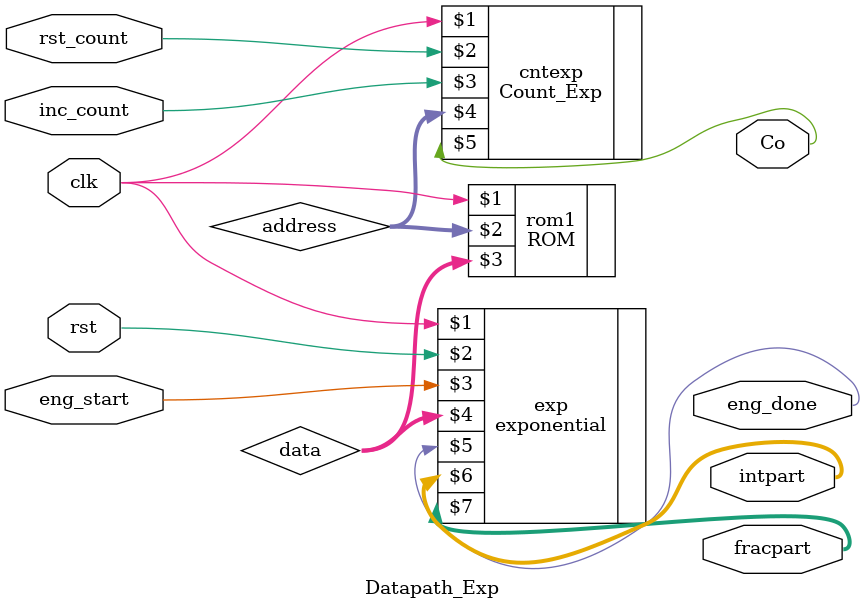
<source format=v>
module Datapath_Exp(input clk, rst, rst_count, inc_count, eng_start
		                ,output Co, eng_done, output[1:0] intpart, output[15:0] fracpart);
	wire [7:0] address;
	wire [15:0] data;
	

	Count_Exp cntexp(clk, rst_count, inc_count,
				           address, Co);

	ROM rom1(clk, address, data);

	exponential exp(clk, rst, eng_start, data, 
		              eng_done, intpart, fracpart);
	
endmodule




</source>
